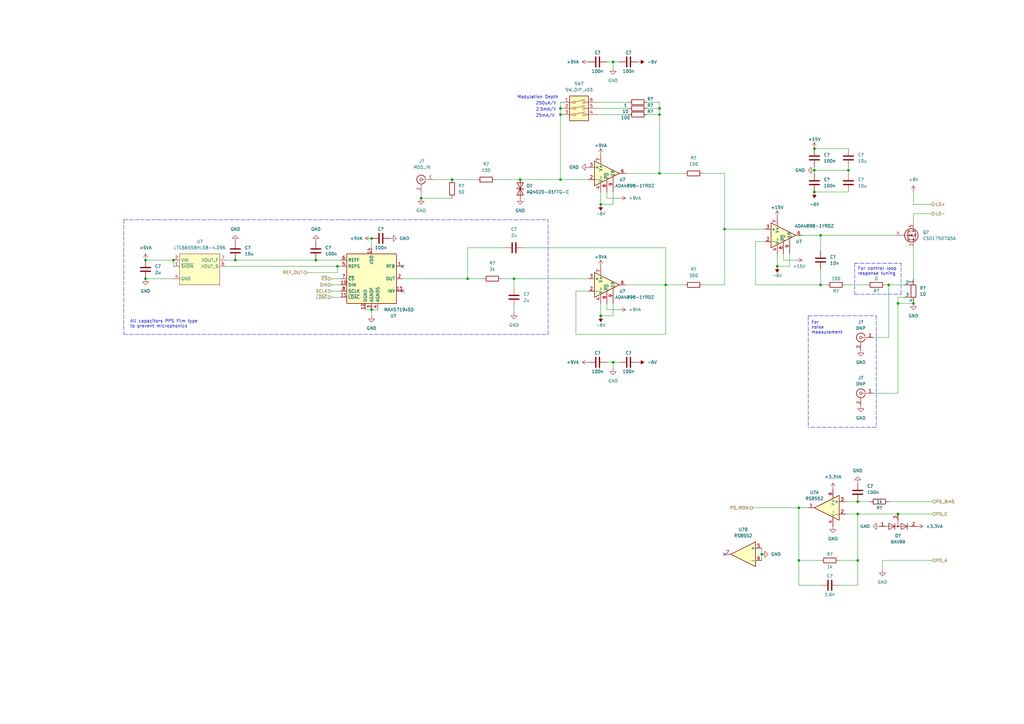
<source format=kicad_sch>
(kicad_sch (version 20211123) (generator eeschema)
  (paper "A3")
  (lib_symbols
    (symbol "Amplifier_Operational:ADA4898-1YRDZ" (pin_names (offset 0.127))
      (property "Reference" "U" (at 3.81 3.81 0))
      (property "Value" "ADA4898-1YRDZ" (at 11.43 -2.54 0))
      (symbol "ADA4898-1YRDZ_1_1"
        (polyline (pts (xy -5.08 5.08) (xy 5.08 0) (xy -5.08 -5.08) (xy -5.08 5.08)) (stroke (width 0.254)) (fill (type background)))
        (pin input line (at -7.62 -2.54 0) (length 2.54) (name "-") (number "2"))
        (pin input line (at -7.62 2.54 0) (length 2.54) (name "+") (number "3"))
        (pin power_in line (at -2.54 -7.62 90) (length 3.81) (name "V-") (number "4"))
        (pin output line (at 7.62 0 180) (length 2.54) (name "~") (number "6"))
        (pin power_in line (at -2.54 7.62 270) (length 3.81) (name "V+") (number "7"))
        (pin input line (at 0 -7.62 90) (length 5.08) (name "~{PD}") (number "8"))
        (pin passive line (at 2.54 -7.62 90) (length 6.35) (name "EP") (number "9"))
      )
    )
    (symbol "Analog_DAC:MAX5719xSD"
      (property "Reference" "U" (at -10.16 11.43 0))
      (property "Value" "MAX5719xSD" (at 1.27 11.43 0))
      (symbol "MAX5719xSD_0_1"
        (rectangle (start -10.16 10.16) (end 10.16 -10.16) (stroke (width 0.254)) (fill (type background)))
      )
      (symbol "MAX5719xSD_1_1"
        (pin passive line (at 12.7 5.08 180) (length 2.54) (name "RFB") (number "1"))
        (pin input line (at -12.7 -2.54 0) (length 2.54) (name "DIN") (number "10"))
        (pin input line (at -12.7 -7.62 0) (length 2.54) (name "~{LDAC}") (number "11"))
        (pin power_in line (at -2.54 -12.7 90) (length 2.54) (name "DGND") (number "12"))
        (pin passive line (at 12.7 -5.08 180) (length 2.54) (name "INV") (number "13"))
        (pin power_in line (at 0 12.7 270) (length 2.54) (name "VDD") (number "14"))
        (pin output line (at 12.7 0 180) (length 2.54) (name "OUT") (number "2"))
        (pin power_in line (at 0 -12.7 90) (length 2.54) (name "AGNDF") (number "3"))
        (pin power_in line (at 2.54 -12.7 90) (length 2.54) (name "AGNDS") (number "4"))
        (pin input line (at -12.7 5.08 0) (length 2.54) (name "REFS") (number "5"))
        (pin input line (at -12.7 7.62 0) (length 2.54) (name "REFF") (number "6"))
        (pin input line (at -12.7 0 0) (length 2.54) (name "~{CS}") (number "7"))
        (pin input line (at -12.7 -5.08 0) (length 2.54) (name "SCLK") (number "8"))
        (pin no_connect line (at 10.16 -7.62 180) (length 2.54) hide (name "NC") (number "9"))
      )
    )
    (symbol "Connector:Conn_Coaxial" (pin_names (offset 1.016) hide)
      (property "Reference" "J" (at 0.254 3.048 0))
      (property "Value" "Conn_Coaxial" (at 2.921 0 90))
      (symbol "Conn_Coaxial_0_1"
        (arc (start -1.778 -0.508) (mid 0.222 -1.808) (end 1.778 0) (stroke (width 0.254)))
        (polyline (pts (xy -2.54 0) (xy -0.508 0)))
        (polyline (pts (xy 0 -2.54) (xy 0 -1.778)))
        (circle (center 0 0) (radius 0.508) (stroke (width 0.2032)))
        (arc (start 1.778 0) (mid 0.2221 1.8083) (end -1.778 0.508) (stroke (width 0.254)))
      )
      (symbol "Conn_Coaxial_1_1"
        (pin passive line (at -5.08 0 0) (length 2.54) (name "In") (number "1"))
        (pin passive line (at 0 -5.08 90) (length 2.54) (name "Ext") (number "2"))
      )
    )
    (symbol "Device:C" (pin_numbers hide) (pin_names (offset 0.254))
      (property "Reference" "C" (at 0.635 2.54 0))
      (property "Value" "C" (at 0.635 -2.54 0))
      (symbol "C_0_1"
        (polyline (pts (xy -2.032 -0.762) (xy 2.032 -0.762)) (stroke (width 0.508)))
        (polyline (pts (xy -2.032 0.762) (xy 2.032 0.762)) (stroke (width 0.508)))
      )
      (symbol "C_1_1"
        (pin passive line (at 0 3.81 270) (length 2.794) (name "~") (number "1"))
        (pin passive line (at 0 -3.81 90) (length 2.794) (name "~") (number "2"))
      )
    )
    (symbol "Device:D_TVS" (pin_numbers hide) (pin_names (offset 1.016) hide)
      (property "Reference" "D" (at 0 2.54 0))
      (property "Value" "D_TVS" (at 0 -2.54 0))
      (symbol "D_TVS_0_1"
        (polyline (pts (xy 1.27 0) (xy -1.27 0)))
        (polyline (pts (xy 0.508 1.27) (xy 0 1.27) (xy 0 -1.27) (xy -0.508 -1.27)) (stroke (width 0.254)))
        (polyline (pts (xy -2.54 1.27) (xy -2.54 -1.27) (xy 2.54 1.27) (xy 2.54 -1.27) (xy -2.54 1.27)) (stroke (width 0.254)))
      )
      (symbol "D_TVS_1_1"
        (pin passive line (at -3.81 0 0) (length 2.54) (name "A1") (number "1"))
        (pin passive line (at 3.81 0 180) (length 2.54) (name "A2") (number "2"))
      )
    )
    (symbol "Device:R" (pin_numbers hide) (pin_names (offset 0))
      (property "Reference" "R" (at 2.032 0 90))
      (property "Value" "R" (at 0 0 90))
      (symbol "R_0_1"
        (rectangle (start -1.016 -2.54) (end 1.016 2.54) (stroke (width 0.254)))
      )
      (symbol "R_1_1"
        (pin passive line (at 0 3.81 270) (length 1.27) (name "~") (number "1"))
        (pin passive line (at 0 -3.81 90) (length 1.27) (name "~") (number "2"))
      )
    )
    (symbol "Device:R_Shunt" (pin_numbers hide) (pin_names (offset 0))
      (property "Reference" "R" (at -4.445 0 90))
      (property "Value" "R_Shunt" (at -2.54 0 90))
      (symbol "R_Shunt_0_1"
        (rectangle (start -1.016 -2.54) (end 1.016 2.54) (stroke (width 0.254)))
        (polyline (pts (xy 0 -2.54) (xy 1.27 -2.54)))
        (polyline (pts (xy 1.27 2.54) (xy 0 2.54)))
      )
      (symbol "R_Shunt_1_1"
        (pin passive line (at 0 5.08 270) (length 2.54) (name "1") (number "1"))
        (pin passive line (at 3.81 2.54 180) (length 2.54) (name "2") (number "2"))
        (pin passive line (at 3.81 -2.54 180) (length 2.54) (name "3") (number "3"))
        (pin passive line (at 0 -5.08 90) (length 2.54) (name "4") (number "4"))
      )
    )
    (symbol "Diode:BAV99" (pin_names hide)
      (property "Reference" "D" (at 0 5.08 0))
      (property "Value" "BAV99" (at 0 2.54 0))
      (symbol "BAV99_0_1"
        (polyline (pts (xy -5.08 0) (xy 5.08 0)))
      )
      (symbol "BAV99_1_1"
        (polyline (pts (xy 0 0) (xy 0 -2.54)))
        (polyline (pts (xy -1.27 -1.27) (xy -1.27 1.27) (xy -1.27 1.27)) (stroke (width 0.2032)))
        (polyline (pts (xy 3.81 1.27) (xy 3.81 -1.27) (xy 3.81 -1.27)) (stroke (width 0.2032)))
        (polyline (pts (xy -3.81 1.27) (xy -1.27 0) (xy -3.81 -1.27) (xy -3.81 1.27) (xy -3.81 1.27) (xy -3.81 1.27)) (stroke (width 0.2032)))
        (polyline (pts (xy 1.27 1.27) (xy 3.81 0) (xy 1.27 -1.27) (xy 1.27 1.27) (xy 1.27 1.27) (xy 1.27 1.27)) (stroke (width 0.2032)))
        (circle (center 0 0) (radius 0.254) (fill (type outline)))
        (pin passive line (at -7.62 0 0) (length 2.54) (name "K") (number "1"))
        (pin passive line (at 7.62 0 180) (length 2.54) (name "A") (number "2"))
        (pin passive line (at 0 -5.08 90) (length 2.54) (name "K") (number "3"))
      )
    )
    (symbol "Switch:SW_DIP_x03" (pin_names (offset 0) hide)
      (property "Reference" "SW" (at 0 8.89 0))
      (property "Value" "SW_DIP_x03" (at 0 -3.81 0))
      (symbol "SW_DIP_x03_0_0"
        (circle (center -2.032 0) (radius 0.508))
        (circle (center -2.032 2.54) (radius 0.508))
        (circle (center -2.032 5.08) (radius 0.508))
        (polyline (pts (xy -1.524 0.127) (xy 2.3622 1.1684)))
        (polyline (pts (xy -1.524 2.667) (xy 2.3622 3.7084)))
        (polyline (pts (xy -1.524 5.207) (xy 2.3622 6.2484)))
        (circle (center 2.032 0) (radius 0.508))
        (circle (center 2.032 2.54) (radius 0.508))
        (circle (center 2.032 5.08) (radius 0.508))
      )
      (symbol "SW_DIP_x03_0_1"
        (rectangle (start -3.81 7.62) (end 3.81 -2.54) (stroke (width 0.254)) (fill (type background)))
      )
      (symbol "SW_DIP_x03_1_1"
        (pin passive line (at -7.62 5.08 0) (length 5.08) (name "~") (number "1"))
        (pin passive line (at -7.62 2.54 0) (length 5.08) (name "~") (number "2"))
        (pin passive line (at -7.62 0 0) (length 5.08) (name "~") (number "3"))
        (pin passive line (at 7.62 0 180) (length 5.08) (name "~") (number "4"))
        (pin passive line (at 7.62 2.54 180) (length 5.08) (name "~") (number "5"))
        (pin passive line (at 7.62 5.08 180) (length 5.08) (name "~") (number "6"))
      )
    )
    (symbol "Transistor_FET:CSD17507Q5A" (pin_names hide)
      (property "Reference" "Q" (at 5.08 1.905 0))
      (property "Value" "CSD17507Q5A" (at 5.08 0 0))
      (symbol "CSD17507Q5A_0_1"
        (polyline (pts (xy 0.254 0) (xy -2.54 0)))
        (polyline (pts (xy 0.254 1.905) (xy 0.254 -1.905)) (stroke (width 0.254)))
        (polyline (pts (xy 0.762 -1.27) (xy 0.762 -2.286)) (stroke (width 0.254)))
        (polyline (pts (xy 0.762 0.508) (xy 0.762 -0.508)) (stroke (width 0.254)))
        (polyline (pts (xy 0.762 2.286) (xy 0.762 1.27)) (stroke (width 0.254)))
        (polyline (pts (xy 2.54 2.54) (xy 2.54 1.778)))
        (polyline (pts (xy 2.54 -2.54) (xy 2.54 0) (xy 0.762 0)))
        (polyline (pts (xy 0.762 -1.778) (xy 3.302 -1.778) (xy 3.302 1.778) (xy 0.762 1.778)))
        (polyline (pts (xy 1.016 0) (xy 2.032 0.381) (xy 2.032 -0.381) (xy 1.016 0)) (fill (type outline)))
        (polyline (pts (xy 2.794 0.508) (xy 2.921 0.381) (xy 3.683 0.381) (xy 3.81 0.254)))
        (polyline (pts (xy 3.302 0.381) (xy 2.921 -0.254) (xy 3.683 -0.254) (xy 3.302 0.381)))
        (circle (center 1.651 0) (radius 2.794) (stroke (width 0.254)))
        (circle (center 2.54 -1.778) (radius 0.254) (fill (type outline)))
        (circle (center 2.54 1.778) (radius 0.254) (fill (type outline)))
      )
      (symbol "CSD17507Q5A_1_1"
        (pin passive line (at 2.54 -5.08 90) (length 2.54) (name "S") (number "1"))
        (pin passive line (at 2.54 -5.08 90) (length 2.54) hide (name "S") (number "2"))
        (pin passive line (at 2.54 -5.08 90) (length 2.54) hide (name "S") (number "3"))
        (pin passive line (at -5.08 0 0) (length 2.54) (name "G") (number "4"))
        (pin passive line (at 2.54 5.08 270) (length 2.54) (name "D") (number "5"))
      )
    )
    (symbol "kirdy:LTC6655"
      (property "Reference" "U" (at 0 -10.16 0))
      (property "Value" "LTC6655" (at 0 -7.62 0))
      (symbol "LTC6655_0_0"
        (pin input line (at -10.16 2.54 0) (length 2.54) (name "~{SHDN}") (number "1"))
        (pin power_in line (at -10.16 5.08 0) (length 2.54) (name "VIN") (number "2"))
        (pin power_in line (at -10.16 -2.54 0) (length 2.54) hide (name "GND") (number "3"))
        (pin power_in line (at -10.16 -2.54 0) (length 2.54) (name "GND") (number "4"))
        (pin power_in line (at -10.16 -2.54 0) (length 2.54) hide (name "GND") (number "5"))
        (pin input line (at 11.43 2.54 180) (length 2.54) (name "VOUT_S") (number "6"))
        (pin output line (at 11.43 5.08 180) (length 2.54) (name "VOUT_F") (number "7"))
        (pin power_in line (at -10.16 -2.54 0) (length 2.54) hide (name "GND") (number "8"))
      )
      (symbol "LTC6655_0_1"
        (rectangle (start -7.62 7.62) (end 8.89 -5.08) (fill (type background)))
      )
    )
    (symbol "kirdy:RS8552" (pin_names (offset 0.127))
      (property "Reference" "U" (at 0 5.08 0))
      (property "Value" "RS8552" (at 0 -5.08 0))
      (symbol "RS8552_1_1"
        (polyline (pts (xy -5.08 5.08) (xy 5.08 0) (xy -5.08 -5.08) (xy -5.08 5.08)) (stroke (width 0.254)) (fill (type background)))
        (pin output line (at 7.62 0 180) (length 2.54) (name "~") (number "1"))
        (pin input line (at -7.62 -2.54 0) (length 2.54) (name "-") (number "2"))
        (pin input line (at -7.62 2.54 0) (length 2.54) (name "+") (number "3"))
      )
      (symbol "RS8552_2_1"
        (polyline (pts (xy -5.08 5.08) (xy 5.08 0) (xy -5.08 -5.08) (xy -5.08 5.08)) (stroke (width 0.254)) (fill (type background)))
        (pin input line (at -7.62 2.54 0) (length 2.54) (name "+") (number "5"))
        (pin input line (at -7.62 -2.54 0) (length 2.54) (name "-") (number "6"))
        (pin output line (at 7.62 0 180) (length 2.54) (name "~") (number "7"))
      )
      (symbol "RS8552_3_1"
        (pin power_in line (at -2.54 -7.62 90) (length 3.81) (name "V-") (number "4"))
        (pin power_in line (at -2.54 7.62 270) (length 3.81) (name "V+") (number "8"))
      )
    )
    (symbol "power:+15V" (power) (pin_names (offset 0))
      (property "Value" "+15V" (at 0 3.556 0))
      (symbol "+15V_0_1"
        (polyline (pts (xy -0.762 1.27) (xy 0 2.54)))
        (polyline (pts (xy 0 0) (xy 0 2.54)))
        (polyline (pts (xy 0 2.54) (xy 0.762 1.27)))
      )
      (symbol "+15V_1_1"
        (pin power_in line (at 0 0 90) (length 0) hide (name "+15V") (number "1"))
      )
    )
    (symbol "power:+3.3VA" (power) (pin_names (offset 0))
      (property "Value" "+3.3VA" (at 0 3.556 0))
      (symbol "+3.3VA_0_1"
        (polyline (pts (xy -0.762 1.27) (xy 0 2.54)))
        (polyline (pts (xy 0 0) (xy 0 2.54)))
        (polyline (pts (xy 0 2.54) (xy 0.762 1.27)))
      )
      (symbol "+3.3VA_1_1"
        (pin power_in line (at 0 0 90) (length 0) hide (name "+3.3VA") (number "1"))
      )
    )
    (symbol "power:+5VA" (power) (pin_names (offset 0))
      (property "Value" "+5VA" (at 0 3.556 0))
      (symbol "+5VA_0_1"
        (polyline (pts (xy -0.762 1.27) (xy 0 2.54)))
        (polyline (pts (xy 0 0) (xy 0 2.54)))
        (polyline (pts (xy 0 2.54) (xy 0.762 1.27)))
      )
      (symbol "+5VA_1_1"
        (pin power_in line (at 0 0 90) (length 0) hide (name "+5VA") (number "1"))
      )
    )
    (symbol "power:+8V" (power) (pin_names (offset 0))
      (property "Value" "+8V" (at 0 3.556 0))
      (symbol "+8V_0_1"
        (polyline (pts (xy -0.762 1.27) (xy 0 2.54)))
        (polyline (pts (xy 0 0) (xy 0 2.54)))
        (polyline (pts (xy 0 2.54) (xy 0.762 1.27)))
      )
      (symbol "+8V_1_1"
        (pin power_in line (at 0 0 90) (length 0) hide (name "+8V") (number "1"))
      )
    )
    (symbol "power:+9VA" (power) (pin_names (offset 0))
      (property "Value" "+9VA" (at 0 3.81 0))
      (symbol "+9VA_0_1"
        (polyline (pts (xy -0.762 1.27) (xy 0 2.54)))
        (polyline (pts (xy 0 0) (xy 0 2.54)))
        (polyline (pts (xy 0 2.54) (xy 0.762 1.27)))
      )
      (symbol "+9VA_1_1"
        (pin power_in line (at 0 0 90) (length 0) hide (name "+9VA") (number "1"))
      )
    )
    (symbol "power:-6V" (power) (pin_names (offset 0))
      (property "Value" "-6V" (at 0 3.81 0))
      (symbol "-6V_0_0"
        (pin power_in line (at 0 0 90) (length 0) hide (name "-6V") (number "1"))
      )
      (symbol "-6V_0_1"
        (polyline (pts (xy 0 0) (xy 0 1.27) (xy 0.762 1.27) (xy 0 2.54) (xy -0.762 1.27) (xy 0 1.27)) (fill (type outline)))
      )
    )
    (symbol "power:GND" (power) (pin_names (offset 0))
      (property "Value" "GND" (at 0 -3.81 0))
      (symbol "GND_0_1"
        (polyline (pts (xy 0 0) (xy 0 -1.27) (xy 1.27 -1.27) (xy 0 -2.54) (xy -1.27 -1.27) (xy 0 -1.27)))
      )
      (symbol "GND_1_1"
        (pin power_in line (at 0 0 270) (length 0) hide (name "GND") (number "1"))
      )
    )
  )
  (junction (at 229.87 46.99))
  (junction (at 270.51 71.12))
  (junction (at 318.77 109.22))
  (junction (at 229.87 44.45))
  (junction (at 334.01 69.85))
  (junction (at 351.79 205.74))
  (junction (at 138.43 109.22))
  (junction (at 152.4 97.79))
  (junction (at 336.55 96.52))
  (junction (at 251.46 25.4))
  (junction (at 213.36 73.66))
  (junction (at 351.79 229.87))
  (junction (at 364.49 116.84))
  (junction (at 251.46 148.59))
  (junction (at 334.01 60.96))
  (junction (at 185.42 73.66))
  (junction (at 246.38 129.54))
  (junction (at 273.05 116.84))
  (junction (at 246.38 83.82))
  (junction (at 129.54 106.68))
  (junction (at 336.55 116.84))
  (junction (at 191.77 114.3))
  (junction (at 327.66 208.28))
  (junction (at 312.42 227.33))
  (junction (at 351.79 210.82))
  (junction (at 210.82 114.3))
  (junction (at 96.52 106.68))
  (junction (at 347.98 69.85))
  (junction (at 71.12 106.68))
  (junction (at 374.65 124.46))
  (junction (at 334.01 78.74))
  (junction (at 270.51 46.99))
  (junction (at 368.3 210.82))
  (junction (at 59.69 114.3))
  (junction (at 327.66 229.87))
  (junction (at 368.3 124.46))
  (junction (at 152.4 127))
  (junction (at 270.51 44.45))
  (junction (at 172.72 81.28))
  (junction (at 59.69 106.68))
  (junction (at 229.87 73.66))
  (junction (at 297.18 93.98))
  (no_connect (at 165.1 119.38))
  (no_connect (at 297.18 227.33))
  (no_connect (at 165.1 109.22))
  (wire (pts (xy 210.82 125.73) (xy 210.82 128.27)))
  (polyline (pts (xy 331.47 129.54) (xy 331.47 175.26)))
  (wire (pts (xy 308.61 208.28) (xy 327.66 208.28)))
  (wire (pts (xy 71.12 106.68) (xy 71.12 109.22)))
  (wire (pts (xy 172.72 81.28) (xy 185.42 81.28)))
  (wire (pts (xy 273.05 116.84) (xy 280.67 116.84)))
  (wire (pts (xy 368.3 210.82) (xy 382.27 210.82)))
  (wire (pts (xy 364.49 116.84) (xy 370.84 116.84)))
  (wire (pts (xy 336.55 96.52) (xy 367.03 96.52)))
  (wire (pts (xy 351.79 229.87) (xy 351.79 210.82)))
  (wire (pts (xy 334.01 69.85) (xy 334.01 71.12)))
  (wire (pts (xy 374.65 91.44) (xy 374.65 87.63)))
  (wire (pts (xy 214.63 101.6) (xy 273.05 101.6)))
  (wire (pts (xy 172.72 81.28) (xy 172.72 78.74)))
  (wire (pts (xy 125.73 111.76) (xy 138.43 111.76)))
  (wire (pts (xy 336.55 96.52) (xy 336.55 102.87)))
  (wire (pts (xy 328.93 96.52) (xy 336.55 96.52)))
  (wire (pts (xy 248.92 127) (xy 254 127)))
  (wire (pts (xy 213.36 73.66) (xy 229.87 73.66)))
  (wire (pts (xy 288.29 116.84) (xy 297.18 116.84)))
  (wire (pts (xy 185.42 73.66) (xy 195.58 73.66)))
  (wire (pts (xy 177.8 73.66) (xy 185.42 73.66)))
  (polyline (pts (xy 350.52 120.65) (xy 369.57 120.65)))
  (wire (pts (xy 135.89 119.38) (xy 139.7 119.38)))
  (wire (pts (xy 270.51 41.91) (xy 270.51 44.45)))
  (wire (pts (xy 270.51 46.99) (xy 270.51 71.12)))
  (wire (pts (xy 203.2 73.66) (xy 213.36 73.66)))
  (wire (pts (xy 358.14 138.43) (xy 364.49 138.43)))
  (wire (pts (xy 361.95 229.87) (xy 382.27 229.87)))
  (wire (pts (xy 368.3 161.29) (xy 358.14 161.29)))
  (wire (pts (xy 321.31 106.68) (xy 326.39 106.68)))
  (polyline (pts (xy 350.52 107.95) (xy 369.57 107.95)))
  (wire (pts (xy 368.3 121.92) (xy 368.3 124.46)))
  (wire (pts (xy 327.66 229.87) (xy 327.66 208.28)))
  (wire (pts (xy 96.52 106.68) (xy 129.54 106.68)))
  (wire (pts (xy 135.89 116.84) (xy 139.7 116.84)))
  (wire (pts (xy 270.51 71.12) (xy 280.67 71.12)))
  (wire (pts (xy 138.43 111.76) (xy 138.43 109.22)))
  (wire (pts (xy 251.46 25.4) (xy 251.46 27.94)))
  (wire (pts (xy 265.43 46.99) (xy 270.51 46.99)))
  (polyline (pts (xy 331.47 129.54) (xy 359.41 129.54)))
  (wire (pts (xy 135.89 114.3) (xy 139.7 114.3)))
  (wire (pts (xy 210.82 114.3) (xy 241.3 114.3)))
  (wire (pts (xy 256.54 116.84) (xy 273.05 116.84)))
  (wire (pts (xy 368.3 124.46) (xy 368.3 161.29)))
  (wire (pts (xy 205.74 114.3) (xy 210.82 114.3)))
  (wire (pts (xy 245.11 46.99) (xy 257.81 46.99)))
  (wire (pts (xy 273.05 137.16) (xy 273.05 116.84)))
  (wire (pts (xy 336.55 240.03) (xy 327.66 240.03)))
  (wire (pts (xy 374.65 87.63) (xy 382.27 87.63)))
  (wire (pts (xy 138.43 109.22) (xy 139.7 109.22)))
  (wire (pts (xy 347.98 69.85) (xy 334.01 69.85)))
  (wire (pts (xy 251.46 25.4) (xy 254 25.4)))
  (wire (pts (xy 92.71 109.22) (xy 138.43 109.22)))
  (wire (pts (xy 236.22 119.38) (xy 236.22 137.16)))
  (wire (pts (xy 251.46 83.82) (xy 251.46 78.74)))
  (wire (pts (xy 246.38 78.74) (xy 246.38 83.82)))
  (wire (pts (xy 251.46 129.54) (xy 251.46 124.46)))
  (wire (pts (xy 191.77 101.6) (xy 191.77 114.3)))
  (wire (pts (xy 207.01 101.6) (xy 191.77 101.6)))
  (polyline (pts (xy 50.8 90.17) (xy 224.79 90.17)))
  (wire (pts (xy 265.43 41.91) (xy 270.51 41.91)))
  (wire (pts (xy 361.95 233.68) (xy 361.95 229.87)))
  (wire (pts (xy 251.46 148.59) (xy 254 148.59)))
  (wire (pts (xy 297.18 93.98) (xy 313.69 93.98)))
  (wire (pts (xy 248.92 78.74) (xy 248.92 81.28)))
  (wire (pts (xy 246.38 83.82) (xy 251.46 83.82)))
  (wire (pts (xy 248.92 148.59) (xy 251.46 148.59)))
  (wire (pts (xy 297.18 71.12) (xy 297.18 93.98)))
  (wire (pts (xy 318.77 109.22) (xy 323.85 109.22)))
  (wire (pts (xy 248.92 25.4) (xy 251.46 25.4)))
  (polyline (pts (xy 369.57 120.65) (xy 369.57 107.95)))
  (wire (pts (xy 368.3 121.92) (xy 370.84 121.92)))
  (wire (pts (xy 344.17 229.87) (xy 351.79 229.87)))
  (wire (pts (xy 92.71 106.68) (xy 96.52 106.68)))
  (wire (pts (xy 364.49 138.43) (xy 364.49 116.84)))
  (wire (pts (xy 236.22 137.16) (xy 273.05 137.16)))
  (wire (pts (xy 346.71 116.84) (xy 355.6 116.84)))
  (wire (pts (xy 248.92 124.46) (xy 248.92 127)))
  (wire (pts (xy 165.1 114.3) (xy 191.77 114.3)))
  (wire (pts (xy 364.49 205.74) (xy 382.27 205.74)))
  (wire (pts (xy 363.22 116.84) (xy 364.49 116.84)))
  (wire (pts (xy 256.54 71.12) (xy 270.51 71.12)))
  (wire (pts (xy 288.29 71.12) (xy 297.18 71.12)))
  (wire (pts (xy 265.43 44.45) (xy 270.51 44.45)))
  (wire (pts (xy 59.69 106.68) (xy 71.12 106.68)))
  (wire (pts (xy 59.69 114.3) (xy 71.12 114.3)))
  (wire (pts (xy 346.71 205.74) (xy 351.79 205.74)))
  (wire (pts (xy 229.87 41.91) (xy 229.87 44.45)))
  (wire (pts (xy 246.38 129.54) (xy 251.46 129.54)))
  (wire (pts (xy 318.77 104.14) (xy 318.77 109.22)))
  (polyline (pts (xy 359.41 175.26) (xy 331.47 175.26)))
  (polyline (pts (xy 50.8 90.17) (xy 50.8 137.16)))
  (wire (pts (xy 309.88 116.84) (xy 309.88 99.06)))
  (wire (pts (xy 327.66 240.03) (xy 327.66 229.87)))
  (wire (pts (xy 152.4 97.79) (xy 152.4 101.6)))
  (wire (pts (xy 321.31 104.14) (xy 321.31 106.68)))
  (wire (pts (xy 327.66 229.87) (xy 336.55 229.87)))
  (polyline (pts (xy 350.52 107.95) (xy 350.52 120.65)))
  (wire (pts (xy 351.79 205.74) (xy 356.87 205.74)))
  (wire (pts (xy 312.42 224.79) (xy 312.42 227.33)))
  (wire (pts (xy 374.65 83.82) (xy 382.27 83.82)))
  (wire (pts (xy 336.55 116.84) (xy 309.88 116.84)))
  (wire (pts (xy 297.18 116.84) (xy 297.18 93.98)))
  (polyline (pts (xy 359.41 129.54) (xy 359.41 175.26)))
  (wire (pts (xy 229.87 44.45) (xy 229.87 46.99)))
  (wire (pts (xy 149.86 127) (xy 152.4 127)))
  (wire (pts (xy 312.42 227.33) (xy 312.42 229.87)))
  (wire (pts (xy 135.89 121.92) (xy 139.7 121.92)))
  (wire (pts (xy 191.77 114.3) (xy 198.12 114.3)))
  (wire (pts (xy 248.92 81.28) (xy 254 81.28)))
  (polyline (pts (xy 50.8 137.16) (xy 224.79 137.16)))
  (wire (pts (xy 129.54 106.68) (xy 139.7 106.68)))
  (wire (pts (xy 344.17 240.03) (xy 351.79 240.03)))
  (wire (pts (xy 246.38 124.46) (xy 246.38 129.54)))
  (wire (pts (xy 346.71 210.82) (xy 351.79 210.82)))
  (wire (pts (xy 351.79 240.03) (xy 351.79 229.87)))
  (wire (pts (xy 229.87 46.99) (xy 229.87 73.66)))
  (wire (pts (xy 245.11 44.45) (xy 257.81 44.45)))
  (wire (pts (xy 327.66 208.28) (xy 331.47 208.28)))
  (wire (pts (xy 347.98 68.58) (xy 347.98 69.85)))
  (wire (pts (xy 374.65 78.74) (xy 374.65 83.82)))
  (wire (pts (xy 152.4 127) (xy 152.4 129.54)))
  (wire (pts (xy 273.05 101.6) (xy 273.05 116.84)))
  (wire (pts (xy 347.98 69.85) (xy 347.98 71.12)))
  (wire (pts (xy 210.82 114.3) (xy 210.82 118.11)))
  (wire (pts (xy 368.3 124.46) (xy 374.65 124.46)))
  (wire (pts (xy 241.3 119.38) (xy 236.22 119.38)))
  (wire (pts (xy 334.01 68.58) (xy 334.01 69.85)))
  (wire (pts (xy 334.01 60.96) (xy 347.98 60.96)))
  (wire (pts (xy 351.79 210.82) (xy 368.3 210.82)))
  (wire (pts (xy 336.55 116.84) (xy 339.09 116.84)))
  (wire (pts (xy 334.01 78.74) (xy 347.98 78.74)))
  (wire (pts (xy 374.65 101.6) (xy 374.65 114.3)))
  (wire (pts (xy 323.85 109.22) (xy 323.85 104.14)))
  (wire (pts (xy 229.87 73.66) (xy 241.3 73.66)))
  (wire (pts (xy 336.55 110.49) (xy 336.55 116.84)))
  (wire (pts (xy 251.46 148.59) (xy 251.46 151.13)))
  (polyline (pts (xy 224.79 137.16) (xy 224.79 90.17)))
  (wire (pts (xy 245.11 41.91) (xy 257.81 41.91)))
  (wire (pts (xy 270.51 44.45) (xy 270.51 46.99)))
  (wire (pts (xy 152.4 127) (xy 154.94 127)))
  (wire (pts (xy 309.88 99.06) (xy 313.69 99.06)))
  (text "250uA/V" (at 219.71 43.18 0) (effects (font (size 1.27 1.27)) (justify left bottom)))
  (text "All capacitors PPS film type\nto prevent microphonics " (at 53.34 134.62 0) (effects (font (size 1.27 1.27)) (justify left bottom)))
  (text "For\nnoise\nmeasurement" (at 332.74 137.16 0) (effects (font (size 1.27 1.27)) (justify left bottom)))
  (text "2.5mA/V" (at 219.71 45.72 0) (effects (font (size 1.27 1.27)) (justify left bottom)))
  (text "For control loop\nresponse tuning" (at 351.79 113.03 0) (effects (font (size 1.27 1.27)) (justify left bottom)))
  (text "25mA/V" (at 219.71 48.26 0) (effects (font (size 1.27 1.27)) (justify left bottom)))
  (text "Modulation Depth" (at 212.09 40.64 0) (effects (font (size 1.27 1.27)) (justify left bottom)))
  (hierarchical_label "~{LDAC}" (shape input) (at 135.89 121.92 180))
  (hierarchical_label "PD_BIAS" (shape input) (at 382.27 205.74 0))
  (hierarchical_label "LD+" (shape output) (at 382.27 83.82 0))
  (hierarchical_label "SCLK" (shape input) (at 135.89 119.38 180))
  (hierarchical_label "REF_OUT" (shape output) (at 125.73 111.76 180))
  (hierarchical_label "PD_MON" (shape output) (at 308.61 208.28 180))
  (hierarchical_label "PD_C" (shape input) (at 382.27 210.82 0))
  (hierarchical_label "PD_A" (shape input) (at 382.27 229.87 0))
  (hierarchical_label "DIN" (shape input) (at 135.89 116.84 180))
  (hierarchical_label "LD-" (shape output) (at 382.27 87.63 0))
  (hierarchical_label "~{CS}" (shape input) (at 135.89 114.3 180))
  (symbol (lib_id "Device:R") (at 261.62 46.99 90) (unit 1)
    (property "Reference" "R?" (at 266.7 45.72 90))
    (property "Value" "100" (at 256.54 48.26 90))
  )
  (symbol (lib_id "Device:C") (at 351.79 201.93 0) (unit 1)
    (property "Reference" "C?" (at 355.6 199.39 0) (effects (justify left)))
    (property "Value" "100n" (at 355.6 201.93 0) (effects (justify left)))
  )
  (symbol (lib_id "Diode:BAV99") (at 368.3 215.9 0) (mirror x) (unit 1)
    (property "Reference" "D?" (at 368.3 219.71 0))
    (property "Value" "BAV99" (at 368.3 222.25 0))
    (property "Footprint" "Package_TO_SOT_SMD:SOT-23" (effects hide))
    (property "Datasheet" "https://assets.nexperia.com/documents/data-sheet/BAV99_SER.pdf" (effects hide))
  )
  (symbol (lib_id "power:GND") (at 360.68 215.9 270) (unit 1)
    (property "Reference" "#PWR?" (effects hide))
    (property "Value" "GND" (at 356.87 215.8999 90) (effects (justify right)))
  )
  (symbol (lib_id "Connector:Conn_Coaxial") (at 353.06 161.29 0) (mirror y) (unit 1)
    (property "Reference" "J?" (at 353.06 154.94 0))
    (property "Value" "DNP" (at 353.06 157.48 0))
    (property "Datasheet" " ~" (effects hide))
  )
  (symbol (lib_id "power:-6V") (at 261.62 25.4 270) (unit 1)
    (property "Reference" "#PWR?" (effects hide))
    (property "Value" "-6V" (at 265.43 25.3999 90) (effects (justify left)))
  )
  (symbol (lib_id "Device:C") (at 210.82 101.6 90) (unit 1)
    (property "Reference" "C?" (at 210.82 93.98 90))
    (property "Value" "2u" (at 210.82 96.52 90))
  )
  (symbol (lib_id "power:+15V") (at 334.01 60.96 0) (unit 1)
    (property "Reference" "#PWR?" (effects hide))
    (property "Value" "+15V" (at 334.01 57.15 0))
  )
  (symbol (lib_id "Device:R") (at 359.41 116.84 90) (unit 1)
    (property "Reference" "R?" (at 359.41 119.38 90))
    (property "Value" "0" (at 359.41 114.3 90))
  )
  (symbol (lib_id "power:-6V") (at 261.62 148.59 270) (unit 1)
    (property "Reference" "#PWR?" (effects hide))
    (property "Value" "-6V" (at 265.43 148.5899 90) (effects (justify left)))
  )
  (symbol (lib_id "Device:C") (at 257.81 25.4 90) (unit 1)
    (property "Reference" "C?" (at 257.81 21.59 90))
    (property "Value" "100n" (at 257.81 29.21 90))
  )
  (symbol (lib_id "power:GND") (at 351.79 198.12 180) (unit 1)
    (property "Reference" "#PWR?" (effects hide))
    (property "Value" "GND" (at 351.79 193.04 0))
  )
  (symbol (lib_id "power:+5VA") (at 59.69 106.68 0) (unit 1)
    (property "Reference" "#PWR?" (effects hide))
    (property "Value" "+5VA" (at 59.69 101.6 0))
  )
  (symbol (lib_id "Device:C") (at 347.98 74.93 0) (unit 1)
    (property "Reference" "C?" (at 351.79 73.6599 0) (effects (justify left)))
    (property "Value" "10u" (at 351.79 76.1999 0) (effects (justify left)))
  )
  (symbol (lib_id "Device:C") (at 96.52 102.87 0) (unit 1)
    (property "Reference" "C?" (at 100.33 101.5999 0) (effects (justify left)))
    (property "Value" "10u" (at 100.33 104.1399 0) (effects (justify left)))
  )
  (symbol (lib_id "Device:R") (at 342.9 116.84 90) (unit 1)
    (property "Reference" "R?" (at 342.9 119.38 90))
    (property "Value" "100" (at 342.9 114.3 90))
  )
  (symbol (lib_id "power:GND") (at 152.4 129.54 0) (unit 1)
    (property "Reference" "#PWR?" (effects hide))
    (property "Value" "GND" (at 152.4 134.62 0))
  )
  (symbol (lib_id "Amplifier_Operational:ADA4898-1YRDZ") (at 321.31 96.52 0) (unit 1)
    (property "Reference" "U?" (at 327.66 99.06 0))
    (property "Value" "ADA4898-1YRDZ" (at 334.01 92.71 0))
    (property "Footprint" "Package_SO:SOIC-8-1EP_3.9x4.9mm_P1.27mm_EP2.29x3mm" (effects hide))
    (property "Datasheet" "https://www.analog.com/media/en/technical-documentation/data-sheets/ada4898-1_4898-2.pdf" (effects hide))
  )
  (symbol (lib_id "Device:C") (at 336.55 106.68 0) (unit 1)
    (property "Reference" "C?" (at 340.36 105.4099 0) (effects (justify left)))
    (property "Value" "10n" (at 340.36 107.9499 0) (effects (justify left)))
  )
  (symbol (lib_id "Device:R") (at 284.48 116.84 90) (unit 1)
    (property "Reference" "R?" (at 284.48 110.49 90))
    (property "Value" "300" (at 284.48 113.03 90))
  )
  (symbol (lib_id "power:GND") (at 160.02 97.79 90) (unit 1)
    (property "Reference" "#PWR?" (effects hide))
    (property "Value" "GND" (at 163.83 97.7899 90) (effects (justify right)))
  )
  (symbol (lib_id "power:GND") (at 59.69 114.3 0) (unit 1)
    (property "Reference" "#PWR?" (effects hide))
    (property "Value" "GND" (at 59.69 119.38 0))
  )
  (symbol (lib_id "kirdy:RS8552") (at 304.8 227.33 0) (mirror y) (unit 2)
    (property "Reference" "U?" (at 304.8 217.17 0))
    (property "Value" "RS8552" (at 304.8 219.71 0))
    (property "Footprint" "Package_SO:SOIC-8_3.9x4.9mm_P1.27mm" (effects hide))
    (property "Datasheet" "https://datasheet.lcsc.com/lcsc/2010160333_Jiangsu-RUNIC-Tech-RS8554XP_C236997.pdf" (effects hide))
  )
  (symbol (lib_id "kirdy:RS8552") (at 339.09 208.28 0) (mirror y) (unit 1)
    (property "Reference" "U?" (at 334.01 201.93 0))
    (property "Value" "RS8552" (at 334.01 204.47 0))
    (property "Footprint" "Package_SO:SOIC-8_3.9x4.9mm_P1.27mm" (effects hide))
    (property "Datasheet" "https://datasheet.lcsc.com/lcsc/2010160333_Jiangsu-RUNIC-Tech-RS8554XP_C236997.pdf" (effects hide))
  )
  (symbol (lib_id "power:GND") (at 96.52 99.06 180) (unit 1)
    (property "Reference" "#PWR?" (effects hide))
    (property "Value" "GND" (at 96.52 93.98 0))
  )
  (symbol (lib_id "Device:C") (at 340.36 240.03 90) (unit 1)
    (property "Reference" "C?" (at 340.36 236.22 90))
    (property "Value" "1.6n" (at 340.36 243.84 90))
  )
  (symbol (lib_id "Device:R") (at 360.68 205.74 90) (unit 1)
    (property "Reference" "R?" (at 360.68 208.28 90))
    (property "Value" "1k" (at 360.68 205.74 90))
  )
  (symbol (lib_id "Switch:SW_DIP_x03") (at 237.49 46.99 0) (unit 1)
    (property "Reference" "SW?" (at 237.49 34.29 0))
    (property "Value" "SW_DIP_x03" (at 237.49 36.83 0))
  )
  (symbol (lib_id "Amplifier_Operational:ADA4898-1YRDZ") (at 248.92 116.84 0) (unit 1)
    (property "Reference" "U?" (at 255.27 119.38 0))
    (property "Value" "ADA4898-1YRDZ" (at 260.35 121.92 0))
    (property "Footprint" "Package_SO:SOIC-8-1EP_3.9x4.9mm_P1.27mm_EP2.29x3mm" (effects hide))
    (property "Datasheet" "https://www.analog.com/media/en/technical-documentation/data-sheets/ada4898-1_4898-2.pdf" (effects hide))
  )
  (symbol (lib_id "power:GND") (at 341.63 215.9 0) (unit 1)
    (property "Reference" "#PWR?" (effects hide))
    (property "Value" "GND" (at 341.63 220.98 0))
  )
  (symbol (lib_id "power:GND") (at 334.01 69.85 270) (unit 1)
    (property "Reference" "#PWR?" (effects hide))
    (property "Value" "GND" (at 330.2 69.8499 90) (effects (justify right)))
  )
  (symbol (lib_id "power:GND") (at 353.06 166.37 0) (unit 1)
    (property "Reference" "#PWR?" (effects hide))
    (property "Value" "GND" (at 353.06 171.45 0))
  )
  (symbol (lib_id "Device:C") (at 334.01 74.93 0) (unit 1)
    (property "Reference" "C?" (at 337.82 73.6599 0) (effects (justify left)))
    (property "Value" "100n" (at 337.82 76.1999 0) (effects (justify left)))
  )
  (symbol (lib_id "power:GND") (at 210.82 128.27 0) (unit 1)
    (property "Reference" "#PWR?" (effects hide))
    (property "Value" "GND" (at 210.82 133.35 0))
  )
  (symbol (lib_id "Device:R") (at 201.93 114.3 90) (unit 1)
    (property "Reference" "R?" (at 201.93 107.95 90))
    (property "Value" "2k" (at 201.93 110.49 90))
  )
  (symbol (lib_id "Device:C") (at 257.81 148.59 90) (unit 1)
    (property "Reference" "C?" (at 257.81 144.78 90))
    (property "Value" "100n" (at 257.81 152.4 90))
  )
  (symbol (lib_id "power:+9VA") (at 254 81.28 270) (unit 1)
    (property "Reference" "#PWR?" (effects hide))
    (property "Value" "+9VA" (at 257.81 81.2799 90) (effects (justify left)))
  )
  (symbol (lib_id "Device:R_Shunt") (at 374.65 119.38 0) (mirror y) (unit 1)
    (property "Reference" "R?" (at 377.19 118.1099 0) (effects (justify right)))
    (property "Value" "10" (at 377.19 120.6499 0) (effects (justify right)))
  )
  (symbol (lib_id "kirdy:RS8552") (at 339.09 208.28 0) (mirror y) (unit 3)
    (property "Reference" "U?" (effects hide))
    (property "Value" "RS8552" (effects hide))
    (property "Footprint" "Package_SO:SOIC-8_3.9x4.9mm_P1.27mm" (effects hide))
    (property "Datasheet" "https://datasheet.lcsc.com/lcsc/2010160333_Jiangsu-RUNIC-Tech-RS8554XP_C236997.pdf" (effects hide))
  )
  (symbol (lib_id "power:-6V") (at 246.38 129.54 180) (unit 1)
    (property "Reference" "#PWR?" (effects hide))
    (property "Value" "-6V" (at 246.38 133.35 0))
  )
  (symbol (lib_id "power:GND") (at 241.3 68.58 270) (unit 1)
    (property "Reference" "#PWR?" (effects hide))
    (property "Value" "GND" (at 237.49 68.5799 90) (effects (justify right)))
  )
  (symbol (lib_id "power:+15V") (at 326.39 106.68 270) (unit 1)
    (property "Reference" "#PWR?" (effects hide))
    (property "Value" "+15V" (at 325.12 109.22 90) (effects (justify left)))
  )
  (symbol (lib_id "power:GND") (at 312.42 227.33 90) (unit 1)
    (property "Reference" "#PWR?" (effects hide))
    (property "Value" "GND" (at 316.23 227.3299 90) (effects (justify right)))
  )
  (symbol (lib_id "Device:C") (at 347.98 64.77 0) (unit 1)
    (property "Reference" "C?" (at 351.79 63.4999 0) (effects (justify left)))
    (property "Value" "10u" (at 351.79 66.0399 0) (effects (justify left)))
  )
  (symbol (lib_id "power:+9VA") (at 241.3 25.4 90) (unit 1)
    (property "Reference" "#PWR?" (effects hide))
    (property "Value" "+9VA" (at 237.49 25.3999 90) (effects (justify left)))
  )
  (symbol (lib_id "power:+3.3VA") (at 341.63 200.66 0) (unit 1)
    (property "Reference" "#PWR?" (effects hide))
    (property "Value" "+3.3VA" (at 341.63 195.58 0))
  )
  (symbol (lib_id "power:GND") (at 361.95 233.68 0) (unit 1)
    (property "Reference" "#PWR?" (effects hide))
    (property "Value" "GND" (at 361.95 238.76 0))
  )
  (symbol (lib_id "Device:R") (at 284.48 71.12 90) (unit 1)
    (property "Reference" "R?" (at 284.48 64.77 90))
    (property "Value" "100" (at 284.48 67.31 90))
  )
  (symbol (lib_id "power:+9VA") (at 241.3 148.59 90) (unit 1)
    (property "Reference" "#PWR?" (effects hide))
    (property "Value" "+9VA" (at 237.49 148.5899 90) (effects (justify left)))
  )
  (symbol (lib_id "Device:R") (at 185.42 77.47 0) (unit 1)
    (property "Reference" "R?" (at 187.96 76.1999 0) (effects (justify left)))
    (property "Value" "50" (at 187.96 78.7399 0) (effects (justify left)))
  )
  (symbol (lib_id "power:GND") (at 213.36 81.28 0) (unit 1)
    (property "Reference" "#PWR?" (effects hide))
    (property "Value" "GND" (at 213.36 86.36 0))
  )
  (symbol (lib_id "Device:R") (at 199.39 73.66 90) (unit 1)
    (property "Reference" "R?" (at 199.39 67.31 90))
    (property "Value" "100" (at 199.39 69.85 90))
  )
  (symbol (lib_id "power:+9VA") (at 254 127 270) (unit 1)
    (property "Reference" "#PWR?" (effects hide))
    (property "Value" "+9VA" (at 257.81 126.9999 90) (effects (justify left)))
  )
  (symbol (lib_id "power:GND") (at 374.65 124.46 0) (unit 1)
    (property "Reference" "#PWR?" (effects hide))
    (property "Value" "GND" (at 374.65 129.54 0))
  )
  (symbol (lib_id "power:+3.3VA") (at 375.92 215.9 270) (unit 1)
    (property "Reference" "#PWR?" (effects hide))
    (property "Value" "+3.3VA" (at 379.73 215.8999 90) (effects (justify left)))
  )
  (symbol (lib_id "Device:R") (at 261.62 41.91 90) (unit 1)
    (property "Reference" "R?" (at 266.7 40.64 90))
    (property "Value" "1" (at 256.54 43.18 90))
  )
  (symbol (lib_id "Device:C") (at 59.69 110.49 0) (unit 1)
    (property "Reference" "C?" (at 63.5 109.2199 0) (effects (justify left)))
    (property "Value" "2u" (at 63.5 111.7599 0) (effects (justify left)))
  )
  (symbol (lib_id "power:+8V") (at 374.65 78.74 0) (unit 1)
    (property "Reference" "#PWR?" (effects hide))
    (property "Value" "+8V" (at 374.65 73.66 0))
  )
  (symbol (lib_id "power:GND") (at 251.46 151.13 0) (unit 1)
    (property "Reference" "#PWR?" (effects hide))
    (property "Value" "GND" (at 251.46 156.21 0))
  )
  (symbol (lib_id "Amplifier_Operational:ADA4898-1YRDZ") (at 248.92 71.12 0) (unit 1)
    (property "Reference" "U?" (at 255.27 73.66 0))
    (property "Value" "ADA4898-1YRDZ" (at 260.35 76.2 0))
    (property "Footprint" "Package_SO:SOIC-8-1EP_3.9x4.9mm_P1.27mm_EP2.29x3mm" (effects hide))
    (property "Datasheet" "https://www.analog.com/media/en/technical-documentation/data-sheets/ada4898-1_4898-2.pdf" (effects hide))
  )
  (symbol (lib_id "power:-6V") (at 246.38 83.82 180) (unit 1)
    (property "Reference" "#PWR?" (effects hide))
    (property "Value" "-6V" (at 246.38 87.63 0))
  )
  (symbol (lib_id "power:GND") (at 251.46 27.94 0) (unit 1)
    (property "Reference" "#PWR?" (effects hide))
    (property "Value" "GND" (at 251.46 33.02 0))
  )
  (symbol (lib_id "power:GND") (at 129.54 99.06 180) (unit 1)
    (property "Reference" "#PWR?" (effects hide))
    (property "Value" "GND" (at 129.54 93.98 0))
  )
  (symbol (lib_id "power:GND") (at 172.72 81.28 0) (unit 1)
    (property "Reference" "#PWR?" (effects hide))
    (property "Value" "GND" (at 172.72 86.36 0))
  )
  (symbol (lib_id "Device:C") (at 334.01 64.77 0) (unit 1)
    (property "Reference" "C?" (at 337.82 63.4999 0) (effects (justify left)))
    (property "Value" "100n" (at 337.82 66.0399 0) (effects (justify left)))
  )
  (symbol (lib_id "Device:C") (at 245.11 25.4 90) (unit 1)
    (property "Reference" "C?" (at 245.11 21.59 90))
    (property "Value" "100n" (at 245.11 29.21 90))
  )
  (symbol (lib_id "Transistor_FET:CSD17507Q5A") (at 372.11 96.52 0) (unit 1)
    (property "Reference" "Q?" (at 378.46 95.2499 0) (effects (justify left)))
    (property "Value" "CSD17507Q5A" (at 378.46 97.7899 0) (effects (justify left)))
    (property "Footprint" "Package_TO_SOT_SMD:TDSON-8-1" (effects hide))
    (property "Datasheet" "http://www.ti.com/lit/gpn/csd17507q5a" (effects hide))
  )
  (symbol (lib_id "power:-6V") (at 318.77 109.22 180) (unit 1)
    (property "Reference" "#PWR?" (effects hide))
    (property "Value" "-6V" (at 318.77 113.03 0))
  )
  (symbol (lib_id "Connector:Conn_Coaxial") (at 353.06 138.43 0) (mirror y) (unit 1)
    (property "Reference" "J?" (at 353.06 132.08 0))
    (property "Value" "DNP" (at 353.06 134.62 0))
    (property "Datasheet" " ~" (effects hide))
  )
  (symbol (lib_id "Device:R") (at 340.36 229.87 90) (unit 1)
    (property "Reference" "R?" (at 340.36 227.33 90))
    (property "Value" "1k" (at 340.36 232.41 90))
  )
  (symbol (lib_id "Device:C") (at 245.11 148.59 90) (unit 1)
    (property "Reference" "C?" (at 245.11 144.78 90))
    (property "Value" "100n" (at 245.11 152.4 90))
  )
  (symbol (lib_id "Device:R") (at 261.62 44.45 90) (unit 1)
    (property "Reference" "R?" (at 266.7 43.18 90))
    (property "Value" "10" (at 256.54 45.72 90))
  )
  (symbol (lib_id "power:-6V") (at 334.01 78.74 180) (unit 1)
    (property "Reference" "#PWR?" (effects hide))
    (property "Value" "-6V" (at 334.01 83.82 0))
  )
  (symbol (lib_id "Device:D_TVS") (at 213.36 77.47 90) (unit 1)
    (property "Reference" "D?" (at 215.9 76.1999 90) (effects (justify right)))
    (property "Value" "AQ4020-01FTG-C" (at 215.9 78.7399 90) (effects (justify right)))
  )
  (symbol (lib_id "power:+9VA") (at 246.38 109.22 0) (unit 1)
    (property "Reference" "#PWR?" (effects hide))
    (property "Value" "+9VA" (at 246.38 105.41 0))
  )
  (symbol (lib_id "Device:C") (at 156.21 97.79 90) (unit 1)
    (property "Reference" "C?" (at 156.21 93.98 90))
    (property "Value" "100n" (at 156.21 101.6 90))
  )
  (symbol (lib_id "power:+9VA") (at 246.38 63.5 0) (unit 1)
    (property "Reference" "#PWR?" (effects hide))
    (property "Value" "+9VA" (at 246.38 59.69 0))
  )
  (symbol (lib_id "Device:C") (at 210.82 121.92 0) (unit 1)
    (property "Reference" "C?" (at 214.63 120.6499 0) (effects (justify left)))
    (property "Value" "2u" (at 214.63 123.1899 0) (effects (justify left)))
  )
  (symbol (lib_id "kirdy:LTC6655") (at 81.28 111.76 0) (unit 1)
    (property "Reference" "U?" (at 81.915 99.06 0))
    (property "Value" "LTC6655BHLS8-4.096" (at 81.915 101.6 0))
    (property "Footprint" "kirdy:LCC127P500X500X155-8N" (effects hide))
    (property "Datasheet" "https://www.analog.com/media/en/technical-documentation/data-sheets/ltc6655-6655ln.pdf" (effects hide))
  )
  (symbol (lib_id "power:GND") (at 353.06 143.51 0) (unit 1)
    (property "Reference" "#PWR?" (effects hide))
    (property "Value" "GND" (at 353.06 148.59 0))
  )
  (symbol (lib_id "Analog_DAC:MAX5719xSD") (at 152.4 114.3 0) (unit 1)
    (property "Reference" "U?" (at 160.02 129.54 0) (effects (justify left)))
    (property "Value" "MAX5719xSD" (at 157.48 127 0) (effects (justify left)))
    (property "Footprint" "Package_SO:SOIC-14_3.9x8.7mm_P1.27mm" (effects hide))
    (property "Datasheet" "https://datasheets.maximintegrated.com/en/ds/MAX5717-MAX5719.pdf" (effects hide))
  )
  (symbol (lib_id "power:+15V") (at 318.77 88.9 0) (unit 1)
    (property "Reference" "#PWR?" (effects hide))
    (property "Value" "+15V" (at 318.77 85.09 0))
  )
  (symbol (lib_id "Device:C") (at 129.54 102.87 0) (unit 1)
    (property "Reference" "C?" (at 133.35 101.5999 0) (effects (justify left)))
    (property "Value" "100n" (at 133.35 104.1399 0) (effects (justify left)))
  )
  (symbol (lib_id "power:+5VA") (at 152.4 97.79 90) (unit 1)
    (property "Reference" "#PWR?" (effects hide))
    (property "Value" "+5VA" (at 143.51 97.79 90) (effects (justify right)))
  )
  (symbol (lib_id "Connector:Conn_Coaxial") (at 172.72 73.66 0) (mirror y) (unit 1)
    (property "Reference" "J?" (at 173.0374 66.04 0))
    (property "Value" "MOD_IN" (at 173.0374 68.58 0))
    (property "Datasheet" " ~" (effects hide))
  )
)
</source>
